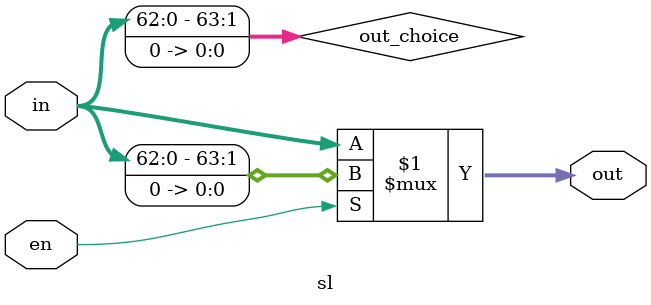
<source format=v>
module sl #(
	parameter N = 0 // number of shifts = 2**N
)(
	input wire [63:0] in,
	input wire en, // enable

	output wire [63:0] out
);
	wire [63:0] out_choice; // if en == 1 then this will be chosen
	assign out_choice[63:(2**N)] = in[(63 - (2**N)):0];
	assign out_choice[((2**N) - 1):0] = {(2**N){1'b0}};
	assign out = en ? out_choice: in;
endmodule
</source>
